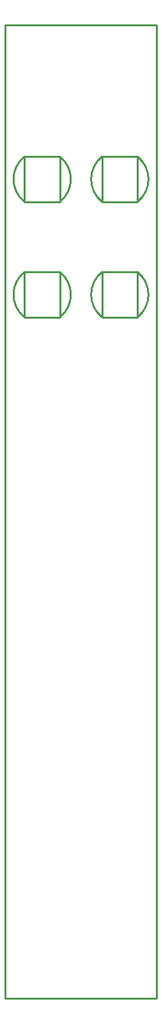
<source format=gko>
G04 Layer: BoardOutlineLayer*
G04 EasyEDA v6.5.23, 2023-06-01 15:37:06*
G04 23eb6b4696734b44af23c16f2827e462,5a6b42c53f6a479593ecc07194224c93,10*
G04 Gerber Generator version 0.2*
G04 Scale: 100 percent, Rotated: No, Reflected: No *
G04 Dimensions in millimeters *
G04 leading zeros omitted , absolute positions ,4 integer and 5 decimal *
%FSLAX45Y45*%
%MOMM*%

%ADD10C,0.2540*%
D10*
X0Y12852400D02*
G01*
X2006600Y12852400D01*
X2006600Y0D01*
X0Y0D01*
X0Y12852400D01*
G75*
G01*
X1289705Y10521147D02*
G02*
X1289949Y11119843I234195J299253D01*
X1289949Y11119843D02*
G01*
X1289705Y10521147D01*
X1289502Y11120399D02*
G01*
X1289502Y10520400D01*
X1289502Y10520400D02*
G01*
X1758502Y10520400D01*
X1758502Y10520400D02*
G01*
X1758502Y11120399D01*
X1758502Y11120399D02*
G01*
X1289502Y11120399D01*
G75*
G01*
X1758097Y10521147D02*
G03*
X1757853Y11119843I-234196J299253D01*
X1757852Y11119843D02*
G01*
X1758096Y10521147D01*
G75*
G01*
X729397Y10521147D02*
G03*
X729153Y11119843I-234196J299253D01*
X729152Y11119843D02*
G01*
X729396Y10521147D01*
X260802Y11120399D02*
G01*
X260802Y10520400D01*
X260802Y10520400D02*
G01*
X729802Y10520400D01*
X729802Y10520400D02*
G01*
X729802Y11120399D01*
X729802Y11120399D02*
G01*
X260802Y11120399D01*
G75*
G01*
X261005Y10521147D02*
G02*
X261249Y11119843I234195J299253D01*
X261249Y11119843D02*
G01*
X261005Y10521147D01*
G75*
G01*
X1289705Y8997147D02*
G02*
X1289949Y9595843I234195J299253D01*
X1289949Y9595843D02*
G01*
X1289705Y8997147D01*
X1289502Y9596399D02*
G01*
X1289502Y8996400D01*
X1289502Y8996400D02*
G01*
X1758502Y8996400D01*
X1758502Y8996400D02*
G01*
X1758502Y9596399D01*
X1758502Y9596399D02*
G01*
X1289502Y9596399D01*
G75*
G01*
X1758097Y8997147D02*
G03*
X1757853Y9595843I-234196J299253D01*
X1757852Y9595843D02*
G01*
X1758096Y8997147D01*
G75*
G01*
X729397Y8997147D02*
G03*
X729153Y9595843I-234196J299253D01*
X729152Y9595843D02*
G01*
X729396Y8997147D01*
X260802Y9596399D02*
G01*
X260802Y8996400D01*
X260802Y8996400D02*
G01*
X729802Y8996400D01*
X729802Y8996400D02*
G01*
X729802Y9596399D01*
X729802Y9596399D02*
G01*
X260802Y9596399D01*
G75*
G01*
X261005Y8997147D02*
G02*
X261249Y9595843I234195J299253D01*
X261249Y9595843D02*
G01*
X261005Y8997147D01*

%LPD*%
M02*

</source>
